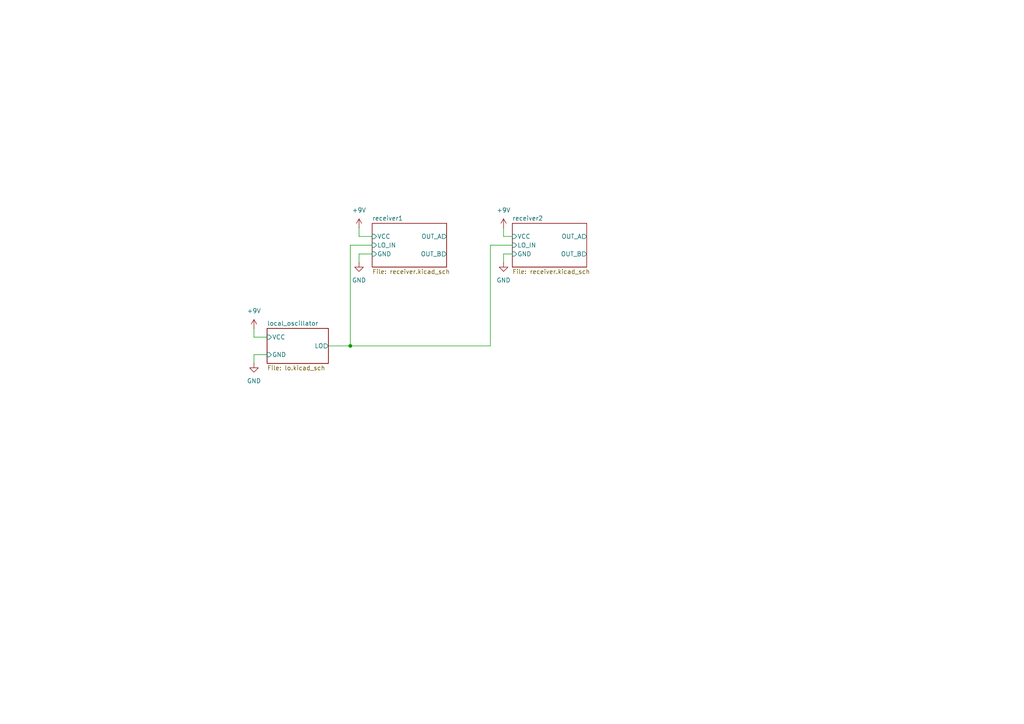
<source format=kicad_sch>
(kicad_sch (version 20250114) (generator "eeschema") (generator_version "9.0")
  (paper "A4")
  (lib_symbols
    (symbol "power:+9V" (power) (pin_numbers (hide yes)) (pin_names (offset 0) (hide yes))
      (property "Value" "+9V" (at 0 3.556 0))
      (symbol "+9V_0_1"
        (polyline (pts (xy -0.762 1.27) (xy 0 2.54)))
        (polyline (pts (xy 0 2.54) (xy 0.762 1.27)))
        (polyline (pts (xy 0 0) (xy 0 2.54)))
      )
      (symbol "+9V_1_1"
        (pin power_in line (at 0 0 90) (length 0) (name "~") (number "1"))
      )
    )
    (symbol "power:GND" (power) (pin_numbers (hide yes)) (pin_names (offset 0) (hide yes))
      (property "Value" "GND" (at 0 -3.81 0))
      (symbol "GND_0_1"
        (polyline (pts (xy 0 0) (xy 0 -1.27) (xy 1.27 -1.27) (xy 0 -2.54) (xy -1.27 -1.27) (xy 0 -1.27)))
      )
      (symbol "GND_1_1"
        (pin power_in line (at 0 0 270) (length 0) (name "~") (number "1"))
      )
    )
  )
  (junction (at 101.6 100.33))
  (wire (pts (xy 104.14 76.2) (xy 104.14 73.66)))
  (wire (pts (xy 107.95 68.58) (xy 104.14 68.58)))
  (wire (pts (xy 101.6 71.12) (xy 107.95 71.12)))
  (wire (pts (xy 148.59 68.58) (xy 146.05 68.58)))
  (wire (pts (xy 104.14 68.58) (xy 104.14 66.04)))
  (wire (pts (xy 73.66 102.87) (xy 77.47 102.87)))
  (wire (pts (xy 146.05 73.66) (xy 148.59 73.66)))
  (wire (pts (xy 146.05 76.2) (xy 146.05 73.66)))
  (wire (pts (xy 104.14 73.66) (xy 107.95 73.66)))
  (wire (pts (xy 142.24 71.12) (xy 142.24 100.33)))
  (wire (pts (xy 77.47 97.79) (xy 73.66 97.79)))
  (wire (pts (xy 101.6 100.33) (xy 142.24 100.33)))
  (wire (pts (xy 148.59 71.12) (xy 142.24 71.12)))
  (wire (pts (xy 73.66 105.41) (xy 73.66 102.87)))
  (wire (pts (xy 101.6 100.33) (xy 101.6 71.12)))
  (wire (pts (xy 73.66 97.79) (xy 73.66 95.25)))
  (wire (pts (xy 95.25 100.33) (xy 101.6 100.33)))
  (wire (pts (xy 146.05 68.58) (xy 146.05 66.04)))
  (symbol (lib_id "power:GND") (at 73.66 105.41 0) (unit 1)
    (property "Reference" "#PWR050" (effects (hide yes)))
    (property "Value" "GND" (at 73.66 110.49 0))
    (property "Description" "Power symbol creates a global label with name \"GND\" , ground" (effects (hide yes)))
  )
  (symbol (lib_id "power:GND") (at 104.14 76.2 0) (unit 1)
    (property "Reference" "#PWR047" (effects (hide yes)))
    (property "Value" "GND" (at 104.14 81.28 0))
    (property "Description" "Power symbol creates a global label with name \"GND\" , ground" (effects (hide yes)))
  )
  (symbol (lib_id "power:+9V") (at 146.05 66.04 0) (unit 1)
    (property "Reference" "#PWR046" (effects (hide yes)))
    (property "Value" "+9V" (at 146.05 60.96 0))
    (property "Description" "Power symbol creates a global label with name \"+9V\"" (effects (hide yes)))
  )
  (symbol (lib_id "power:+9V") (at 73.66 95.25 0) (unit 1)
    (property "Reference" "#PWR049" (effects (hide yes)))
    (property "Value" "+9V" (at 73.66 90.17 0))
    (property "Description" "Power symbol creates a global label with name \"+9V\"" (effects (hide yes)))
  )
  (symbol (lib_id "power:+9V") (at 104.14 66.04 0) (unit 1)
    (property "Reference" "#PWR045" (effects (hide yes)))
    (property "Value" "+9V" (at 104.14 60.96 0))
    (property "Description" "Power symbol creates a global label with name \"+9V\"" (effects (hide yes)))
  )
  (symbol (lib_id "power:GND") (at 146.05 76.2 0) (unit 1)
    (property "Reference" "#PWR048" (effects (hide yes)))
    (property "Value" "GND" (at 146.05 81.28 0))
    (property "Description" "Power symbol creates a global label with name \"GND\" , ground" (effects (hide yes)))
  )
  (sheet (at 77.47 95.25) (size 17.78 10.16) (stroke (width 0.1524))
    (property "Sheetname" "local_oscillator" (at 77.47 94.5384 0) (effects (justify left bottom)))
    (property "Sheetfile" "lo.kicad_sch" (at 77.47 105.9946 0) (effects (justify left top)))
    (pin "VCC" input (at 77.47 97.79 180))
    (pin "GND" input (at 77.47 102.87 180))
    (pin "LO" output (at 95.25 100.33 0))
  )
  (sheet (at 148.59 64.77) (size 21.59 12.7) (stroke (width 0.1524))
    (property "Sheetname" "receiver2" (at 148.59 64.0584 0) (effects (justify left bottom)))
    (property "Sheetfile" "receiver.kicad_sch" (at 148.59 78.0546 0) (effects (justify left top)))
    (pin "GND" input (at 148.59 73.66 180))
    (pin "VCC" input (at 148.59 68.58 180))
    (pin "LO_IN" input (at 148.59 71.12 180))
    (pin "OUT_A" output (at 170.18 68.58 0))
    (pin "OUT_B" output (at 170.18 73.66 0))
  )
  (sheet (at 107.95 64.77) (size 21.59 12.7) (stroke (width 0.1524))
    (property "Sheetname" "receiver1" (at 107.95 64.0584 0) (effects (justify left bottom)))
    (property "Sheetfile" "receiver.kicad_sch" (at 107.95 78.0546 0) (effects (justify left top)))
    (pin "GND" input (at 107.95 73.66 180))
    (pin "VCC" input (at 107.95 68.58 180))
    (pin "LO_IN" input (at 107.95 71.12 180))
    (pin "OUT_A" output (at 129.54 68.58 0))
    (pin "OUT_B" output (at 129.54 73.66 0))
  )
)
</source>
